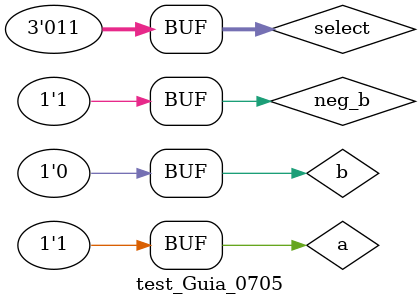
<source format=v>
/*
 Guia_0705.v
 0860668 - Ana Clara Lonczynski
*/

module Guia_0705 (output selected_out, input a, input b, input [2:0] select, input neg_b);

// Definindo o valor de 'b' dependendo da chave de negação
wire b_neg;
assign b_neg = neg_b ? ~b : b; // Se neg_b for 1, inverte o valor de b, caso contrário, mantém igual

// Definindo as operações lógicas
wire not_result, and_result, nand_result, or_result, nor_result, xor_result, xnor_result;

// Operações lógicas
assign not_result = ~a;            // Operação NOT (somente com 'a')
assign and_result = a & b_neg;     // Operação AND
assign nand_result = ~(a & b_neg); // Operação NAND
assign or_result = a | b_neg;      // Operação OR
assign nor_result = ~(a | b_neg);  // Operação NOR
assign xor_result = a ^ b_neg;     // Operação XOR
assign xnor_result = ~(a ^ b_neg); // Operação XNOR

// Fios intermediários para cada operação
wire [6:0] results;
assign results[0] = not_result;
assign results[1] = and_result;
assign results[2] = nand_result;
assign results[3] = or_result;
assign results[4] = nor_result;
assign results[5] = xor_result;
assign results[6] = xnor_result;

// Saída selecionada com base na chave de seleção (3 bits para 7 operações)
assign selected_out = results[select];

endmodule

// Módulo de teste
module test_Guia_0705;

reg a, b, neg_b;
reg [2:0] select;
wire selected_out;

// Instanciando o módulo principal
Guia_0705 LU (selected_out, a, b, select, neg_b);

// Início dos testes
initial begin
    $display("Guia_0705 - Testes da Unidade Lógica");
    $display("a b neg_b select | Selected Out");
    $monitor("%b %b   %b    %3b   |     %b", a, b, neg_b, select, selected_out);

    // Testes com combinações de entradas e chaves de seleção
    a = 0; b = 0; neg_b = 0; select = 3'b000; #10; // NOT
    a = 0; b = 1; neg_b = 0; select = 3'b000; #10; // NOT
    a = 1; b = 0; neg_b = 0; select = 3'b000; #10; // NOT
    a = 1; b = 1; neg_b = 0; select = 3'b000; #10; // NOT

    select = 3'b001; // Testando AND
    a = 0; b = 0; neg_b = 0; #10; // AND
    a = 0; b = 1; neg_b = 0; #10; // AND
    a = 1; b = 0; neg_b = 0; #10; // AND
    a = 1; b = 1; neg_b = 0; #10; // AND

    select = 3'b010; // Testando NAND
    a = 0; b = 0; neg_b = 0; #10; // NAND
    a = 0; b = 1; neg_b = 0; #10; // NAND
    a = 1; b = 0; neg_b = 0; #10; // NAND
    a = 1; b = 1; neg_b = 0; #10; // NAND

    select = 3'b011; // Testando OR
    a = 0; b = 0; neg_b = 0; #10; // OR
    a = 0; b = 1; neg_b = 0; #10; // OR
    a = 1; b = 0; neg_b = 0; #10; // OR
    a = 1; b = 1; neg_b = 0; #10; // OR

    select = 3'b100; // Testando NOR
    a = 0; b = 0; neg_b = 0; #10; // NOR
    a = 0; b = 1; neg_b = 0; #10; // NOR
    a = 1; b = 0; neg_b = 0; #10; // NOR
    a = 1; b = 1; neg_b = 0; #10; // NOR

    select = 3'b101; // Testando XOR
    a = 0; b = 0; neg_b = 0; #10; // XOR
    a = 0; b = 1; neg_b = 0; #10; // XOR
    a = 1; b = 0; neg_b = 0; #10; // XOR
    a = 1; b = 1; neg_b = 0; #10; // XOR

    select = 3'b110; // Testando XNOR
    a = 0; b = 0; neg_b = 0; #10; // XNOR
    a = 0; b = 1; neg_b = 0; #10; // XNOR
    a = 1; b = 0; neg_b = 0; #10; // XNOR
    a = 1; b = 1; neg_b = 0; #10; // XNOR

    // Teste com neg_b ativado
    a = 1; b = 1; neg_b = 1; select = 3'b001; #10; // AND com negação de b
    a = 1; b = 0; neg_b = 1; select = 3'b011; #10; // OR com negação de b
end

endmodule

</source>
